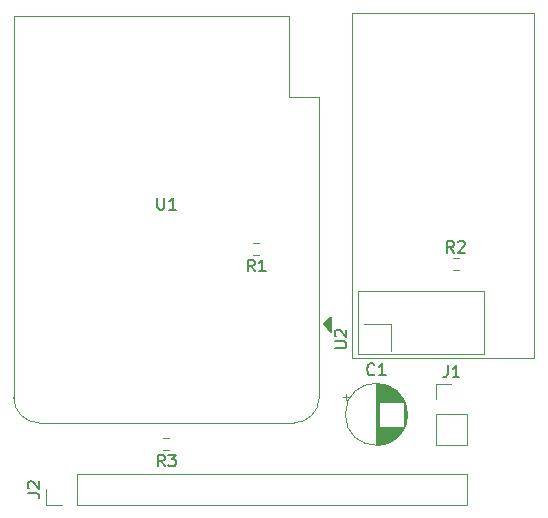
<source format=gbr>
%TF.GenerationSoftware,KiCad,Pcbnew,(6.0.7)*%
%TF.CreationDate,2022-11-27T11:05:52+01:00*%
%TF.ProjectId,RF24_esp8266_tft,52463234-5f65-4737-9038-3236365f7466,rev?*%
%TF.SameCoordinates,Original*%
%TF.FileFunction,Legend,Top*%
%TF.FilePolarity,Positive*%
%FSLAX46Y46*%
G04 Gerber Fmt 4.6, Leading zero omitted, Abs format (unit mm)*
G04 Created by KiCad (PCBNEW (6.0.7)) date 2022-11-27 11:05:52*
%MOMM*%
%LPD*%
G01*
G04 APERTURE LIST*
%ADD10C,0.150000*%
%ADD11C,0.120000*%
G04 APERTURE END LIST*
D10*
%TO.C,U2*%
X156472380Y-101091904D02*
X157281904Y-101091904D01*
X157377142Y-101044285D01*
X157424761Y-100996666D01*
X157472380Y-100901428D01*
X157472380Y-100710952D01*
X157424761Y-100615714D01*
X157377142Y-100568095D01*
X157281904Y-100520476D01*
X156472380Y-100520476D01*
X156567619Y-100091904D02*
X156520000Y-100044285D01*
X156472380Y-99949047D01*
X156472380Y-99710952D01*
X156520000Y-99615714D01*
X156567619Y-99568095D01*
X156662857Y-99520476D01*
X156758095Y-99520476D01*
X156900952Y-99568095D01*
X157472380Y-100139523D01*
X157472380Y-99520476D01*
%TO.C,J2*%
X130482380Y-113363333D02*
X131196666Y-113363333D01*
X131339523Y-113410952D01*
X131434761Y-113506190D01*
X131482380Y-113649047D01*
X131482380Y-113744285D01*
X130577619Y-112934761D02*
X130530000Y-112887142D01*
X130482380Y-112791904D01*
X130482380Y-112553809D01*
X130530000Y-112458571D01*
X130577619Y-112410952D01*
X130672857Y-112363333D01*
X130768095Y-112363333D01*
X130910952Y-112410952D01*
X131482380Y-112982380D01*
X131482380Y-112363333D01*
%TO.C,R3*%
X142073333Y-111102380D02*
X141740000Y-110626190D01*
X141501904Y-111102380D02*
X141501904Y-110102380D01*
X141882857Y-110102380D01*
X141978095Y-110150000D01*
X142025714Y-110197619D01*
X142073333Y-110292857D01*
X142073333Y-110435714D01*
X142025714Y-110530952D01*
X141978095Y-110578571D01*
X141882857Y-110626190D01*
X141501904Y-110626190D01*
X142406666Y-110102380D02*
X143025714Y-110102380D01*
X142692380Y-110483333D01*
X142835238Y-110483333D01*
X142930476Y-110530952D01*
X142978095Y-110578571D01*
X143025714Y-110673809D01*
X143025714Y-110911904D01*
X142978095Y-111007142D01*
X142930476Y-111054761D01*
X142835238Y-111102380D01*
X142549523Y-111102380D01*
X142454285Y-111054761D01*
X142406666Y-111007142D01*
%TO.C,R2*%
X166560833Y-93002380D02*
X166227500Y-92526190D01*
X165989404Y-93002380D02*
X165989404Y-92002380D01*
X166370357Y-92002380D01*
X166465595Y-92050000D01*
X166513214Y-92097619D01*
X166560833Y-92192857D01*
X166560833Y-92335714D01*
X166513214Y-92430952D01*
X166465595Y-92478571D01*
X166370357Y-92526190D01*
X165989404Y-92526190D01*
X166941785Y-92097619D02*
X166989404Y-92050000D01*
X167084642Y-92002380D01*
X167322738Y-92002380D01*
X167417976Y-92050000D01*
X167465595Y-92097619D01*
X167513214Y-92192857D01*
X167513214Y-92288095D01*
X167465595Y-92430952D01*
X166894166Y-93002380D01*
X167513214Y-93002380D01*
%TO.C,C1*%
X159833333Y-103287142D02*
X159785714Y-103334761D01*
X159642857Y-103382380D01*
X159547619Y-103382380D01*
X159404761Y-103334761D01*
X159309523Y-103239523D01*
X159261904Y-103144285D01*
X159214285Y-102953809D01*
X159214285Y-102810952D01*
X159261904Y-102620476D01*
X159309523Y-102525238D01*
X159404761Y-102430000D01*
X159547619Y-102382380D01*
X159642857Y-102382380D01*
X159785714Y-102430000D01*
X159833333Y-102477619D01*
X160785714Y-103382380D02*
X160214285Y-103382380D01*
X160500000Y-103382380D02*
X160500000Y-102382380D01*
X160404761Y-102525238D01*
X160309523Y-102620476D01*
X160214285Y-102668095D01*
%TO.C,R1*%
X149693333Y-94592380D02*
X149360000Y-94116190D01*
X149121904Y-94592380D02*
X149121904Y-93592380D01*
X149502857Y-93592380D01*
X149598095Y-93640000D01*
X149645714Y-93687619D01*
X149693333Y-93782857D01*
X149693333Y-93925714D01*
X149645714Y-94020952D01*
X149598095Y-94068571D01*
X149502857Y-94116190D01*
X149121904Y-94116190D01*
X150645714Y-94592380D02*
X150074285Y-94592380D01*
X150360000Y-94592380D02*
X150360000Y-93592380D01*
X150264761Y-93735238D01*
X150169523Y-93830476D01*
X150074285Y-93878095D01*
%TO.C,J1*%
X166036666Y-102532380D02*
X166036666Y-103246666D01*
X165989047Y-103389523D01*
X165893809Y-103484761D01*
X165750952Y-103532380D01*
X165655714Y-103532380D01*
X167036666Y-103532380D02*
X166465238Y-103532380D01*
X166750952Y-103532380D02*
X166750952Y-102532380D01*
X166655714Y-102675238D01*
X166560476Y-102770476D01*
X166465238Y-102818095D01*
%TO.C,U1*%
X141478095Y-88352380D02*
X141478095Y-89161904D01*
X141525714Y-89257142D01*
X141573333Y-89304761D01*
X141668571Y-89352380D01*
X141859047Y-89352380D01*
X141954285Y-89304761D01*
X142001904Y-89257142D01*
X142049523Y-89161904D01*
X142049523Y-88352380D01*
X143049523Y-89352380D02*
X142478095Y-89352380D01*
X142763809Y-89352380D02*
X142763809Y-88352380D01*
X142668571Y-88495238D01*
X142573333Y-88590476D01*
X142478095Y-88638095D01*
D11*
%TO.C,U2*%
X173370000Y-72730000D02*
X173370000Y-101930000D01*
X158496000Y-101600000D02*
X158496000Y-101600000D01*
X169164000Y-101600000D02*
X158496000Y-101600000D01*
X158496000Y-96266000D02*
X169164000Y-96266000D01*
X158496000Y-101600000D02*
X158496000Y-96266000D01*
X159004000Y-99060000D02*
X161290000Y-99060000D01*
X169164000Y-101600000D02*
X169164000Y-101600000D01*
X161290000Y-101346000D02*
X161290000Y-101346000D01*
X161290000Y-99060000D02*
X161290000Y-101346000D01*
X157920000Y-101930000D02*
X157920000Y-72730000D01*
X157920000Y-101930000D02*
X157920000Y-101930000D01*
X157920000Y-72730000D02*
X173370000Y-72730000D01*
X173370000Y-101930000D02*
X157920000Y-101930000D01*
X169164000Y-96266000D02*
X169164000Y-101600000D01*
%TO.C,J2*%
X134630000Y-114360000D02*
X134630000Y-111700000D01*
X133360000Y-114360000D02*
X132030000Y-114360000D01*
X134630000Y-114360000D02*
X167710000Y-114360000D01*
X132030000Y-114360000D02*
X132030000Y-113030000D01*
X134630000Y-111700000D02*
X167710000Y-111700000D01*
X167710000Y-114360000D02*
X167710000Y-111700000D01*
%TO.C,R3*%
X142494724Y-109742500D02*
X141985276Y-109742500D01*
X142494724Y-108697500D02*
X141985276Y-108697500D01*
%TO.C,R2*%
X166472776Y-93457500D02*
X166982224Y-93457500D01*
X166472776Y-94502500D02*
X166982224Y-94502500D01*
%TO.C,C1*%
X161881000Y-104895000D02*
X161881000Y-105640000D01*
X160040000Y-104100000D02*
X160040000Y-109260000D01*
X161441000Y-107720000D02*
X161441000Y-108829000D01*
X162441000Y-105765000D02*
X162441000Y-107595000D01*
X161601000Y-107720000D02*
X161601000Y-108715000D01*
X161281000Y-104433000D02*
X161281000Y-105640000D01*
X160520000Y-104152000D02*
X160520000Y-105640000D01*
X161961000Y-104981000D02*
X161961000Y-105640000D01*
X161241000Y-107720000D02*
X161241000Y-108948000D01*
X160761000Y-104212000D02*
X160761000Y-105640000D01*
X160721000Y-104200000D02*
X160721000Y-105640000D01*
X161121000Y-107720000D02*
X161121000Y-109009000D01*
X162161000Y-105237000D02*
X162161000Y-105640000D01*
X160680000Y-107720000D02*
X160680000Y-109171000D01*
X160480000Y-107720000D02*
X160480000Y-109216000D01*
X161241000Y-104412000D02*
X161241000Y-105640000D01*
X161401000Y-104505000D02*
X161401000Y-105640000D01*
X161321000Y-107720000D02*
X161321000Y-108904000D01*
X161801000Y-104816000D02*
X161801000Y-105640000D01*
X162401000Y-105669000D02*
X162401000Y-107691000D01*
X161521000Y-104585000D02*
X161521000Y-105640000D01*
X160280000Y-104115000D02*
X160280000Y-105640000D01*
X161481000Y-104558000D02*
X161481000Y-105640000D01*
X162041000Y-105075000D02*
X162041000Y-105640000D01*
X161361000Y-104480000D02*
X161361000Y-105640000D01*
X161641000Y-107720000D02*
X161641000Y-108684000D01*
X160761000Y-107720000D02*
X160761000Y-109148000D01*
X161681000Y-107720000D02*
X161681000Y-108651000D01*
X161721000Y-104743000D02*
X161721000Y-105640000D01*
X160400000Y-107720000D02*
X160400000Y-109230000D01*
X160080000Y-104101000D02*
X160080000Y-109259000D01*
X160600000Y-104169000D02*
X160600000Y-105640000D01*
X161681000Y-104709000D02*
X161681000Y-105640000D01*
X160841000Y-104238000D02*
X160841000Y-105640000D01*
X161281000Y-107720000D02*
X161281000Y-108927000D01*
X161561000Y-107720000D02*
X161561000Y-108745000D01*
X160480000Y-104144000D02*
X160480000Y-105640000D01*
X161921000Y-104937000D02*
X161921000Y-105640000D01*
X162001000Y-107720000D02*
X162001000Y-108333000D01*
X160961000Y-104282000D02*
X160961000Y-105640000D01*
X162041000Y-107720000D02*
X162041000Y-108285000D01*
X160640000Y-104179000D02*
X160640000Y-105640000D01*
X160640000Y-107720000D02*
X160640000Y-109181000D01*
X162241000Y-107720000D02*
X162241000Y-107999000D01*
X162081000Y-107720000D02*
X162081000Y-108234000D01*
X160801000Y-104225000D02*
X160801000Y-105640000D01*
X157195225Y-105205000D02*
X157695225Y-105205000D01*
X162121000Y-105180000D02*
X162121000Y-105640000D01*
X161361000Y-107720000D02*
X161361000Y-108880000D01*
X162121000Y-107720000D02*
X162121000Y-108180000D01*
X162161000Y-107720000D02*
X162161000Y-108123000D01*
X162201000Y-107720000D02*
X162201000Y-108063000D01*
X161761000Y-104779000D02*
X161761000Y-105640000D01*
X162561000Y-106162000D02*
X162561000Y-107198000D01*
X161561000Y-104615000D02*
X161561000Y-105640000D01*
X161601000Y-104645000D02*
X161601000Y-105640000D01*
X160440000Y-104137000D02*
X160440000Y-105640000D01*
X162521000Y-106003000D02*
X162521000Y-107357000D01*
X160200000Y-104107000D02*
X160200000Y-109253000D01*
X160881000Y-104252000D02*
X160881000Y-105640000D01*
X161641000Y-104676000D02*
X161641000Y-105640000D01*
X160721000Y-107720000D02*
X160721000Y-109160000D01*
X162081000Y-105126000D02*
X162081000Y-105640000D01*
X160240000Y-107720000D02*
X160240000Y-109249000D01*
X160921000Y-107720000D02*
X160921000Y-109094000D01*
X162481000Y-105875000D02*
X162481000Y-107485000D01*
X160560000Y-104160000D02*
X160560000Y-105640000D01*
X160560000Y-107720000D02*
X160560000Y-109200000D01*
X162001000Y-105027000D02*
X162001000Y-105640000D01*
X160360000Y-107720000D02*
X160360000Y-109236000D01*
X161921000Y-107720000D02*
X161921000Y-108423000D01*
X160680000Y-104189000D02*
X160680000Y-105640000D01*
X160400000Y-104130000D02*
X160400000Y-105640000D01*
X161761000Y-107720000D02*
X161761000Y-108581000D01*
X161001000Y-104298000D02*
X161001000Y-105640000D01*
X160600000Y-107720000D02*
X160600000Y-109191000D01*
X160520000Y-107720000D02*
X160520000Y-109208000D01*
X160240000Y-104111000D02*
X160240000Y-105640000D01*
X162601000Y-106396000D02*
X162601000Y-106964000D01*
X161401000Y-107720000D02*
X161401000Y-108855000D01*
X160841000Y-107720000D02*
X160841000Y-109122000D01*
X161321000Y-104456000D02*
X161321000Y-105640000D01*
X160280000Y-107720000D02*
X160280000Y-109245000D01*
X160921000Y-104266000D02*
X160921000Y-105640000D01*
X161081000Y-107720000D02*
X161081000Y-109028000D01*
X162321000Y-105502000D02*
X162321000Y-107858000D01*
X160160000Y-104104000D02*
X160160000Y-109256000D01*
X160360000Y-104124000D02*
X160360000Y-105640000D01*
X161041000Y-107720000D02*
X161041000Y-109045000D01*
X160440000Y-107720000D02*
X160440000Y-109223000D01*
X162241000Y-105361000D02*
X162241000Y-105640000D01*
X161001000Y-107720000D02*
X161001000Y-109062000D01*
X160120000Y-104102000D02*
X160120000Y-109258000D01*
X160000000Y-104100000D02*
X160000000Y-109260000D01*
X162281000Y-107720000D02*
X162281000Y-107931000D01*
X157445225Y-104955000D02*
X157445225Y-105455000D01*
X161161000Y-107720000D02*
X161161000Y-108990000D01*
X161841000Y-107720000D02*
X161841000Y-108506000D01*
X160320000Y-104119000D02*
X160320000Y-105640000D01*
X161201000Y-107720000D02*
X161201000Y-108970000D01*
X160320000Y-107720000D02*
X160320000Y-109241000D01*
X162281000Y-105429000D02*
X162281000Y-105640000D01*
X161201000Y-104390000D02*
X161201000Y-105640000D01*
X161161000Y-104370000D02*
X161161000Y-105640000D01*
X160801000Y-107720000D02*
X160801000Y-109135000D01*
X161441000Y-104531000D02*
X161441000Y-105640000D01*
X160881000Y-107720000D02*
X160881000Y-109108000D01*
X161721000Y-107720000D02*
X161721000Y-108617000D01*
X161081000Y-104332000D02*
X161081000Y-105640000D01*
X160961000Y-107720000D02*
X160961000Y-109078000D01*
X162361000Y-105582000D02*
X162361000Y-107778000D01*
X161881000Y-107720000D02*
X161881000Y-108465000D01*
X161961000Y-107720000D02*
X161961000Y-108379000D01*
X161521000Y-107720000D02*
X161521000Y-108775000D01*
X161801000Y-107720000D02*
X161801000Y-108544000D01*
X162201000Y-105297000D02*
X162201000Y-105640000D01*
X161841000Y-104854000D02*
X161841000Y-105640000D01*
X161481000Y-107720000D02*
X161481000Y-108802000D01*
X161121000Y-104351000D02*
X161121000Y-105640000D01*
X161041000Y-104315000D02*
X161041000Y-105640000D01*
X162620000Y-106680000D02*
G75*
G03*
X162620000Y-106680000I-2620000J0D01*
G01*
%TO.C,R1*%
X150114724Y-92187500D02*
X149605276Y-92187500D01*
X150114724Y-93232500D02*
X149605276Y-93232500D01*
%TO.C,J1*%
X165040000Y-104080000D02*
X166370000Y-104080000D01*
X167700000Y-106680000D02*
X167700000Y-109280000D01*
X165040000Y-105410000D02*
X165040000Y-104080000D01*
X165040000Y-109280000D02*
X167700000Y-109280000D01*
X165040000Y-106680000D02*
X167700000Y-106680000D01*
X165040000Y-106680000D02*
X165040000Y-109280000D01*
%TO.C,U1*%
X129310000Y-72940000D02*
X129310000Y-105270000D01*
X155170000Y-79840000D02*
X152630000Y-79840000D01*
X131430000Y-107400000D02*
X153040000Y-107400000D01*
X155170000Y-79840000D02*
X155170000Y-105270000D01*
X152630000Y-72940000D02*
X129310000Y-72940000D01*
X152630000Y-79840000D02*
X152630000Y-72940000D01*
X129310000Y-105270000D02*
G75*
G03*
X131440000Y-107400000I2130000J0D01*
G01*
X153040000Y-107400000D02*
G75*
G03*
X155170000Y-105270000I-2J2130002D01*
G01*
G36*
X156210000Y-99695000D02*
G01*
X155575000Y-99060000D01*
X156210000Y-98425000D01*
X156210000Y-99695000D01*
G37*
D10*
X156210000Y-99695000D02*
X155575000Y-99060000D01*
X156210000Y-98425000D01*
X156210000Y-99695000D01*
%TD*%
M02*

</source>
